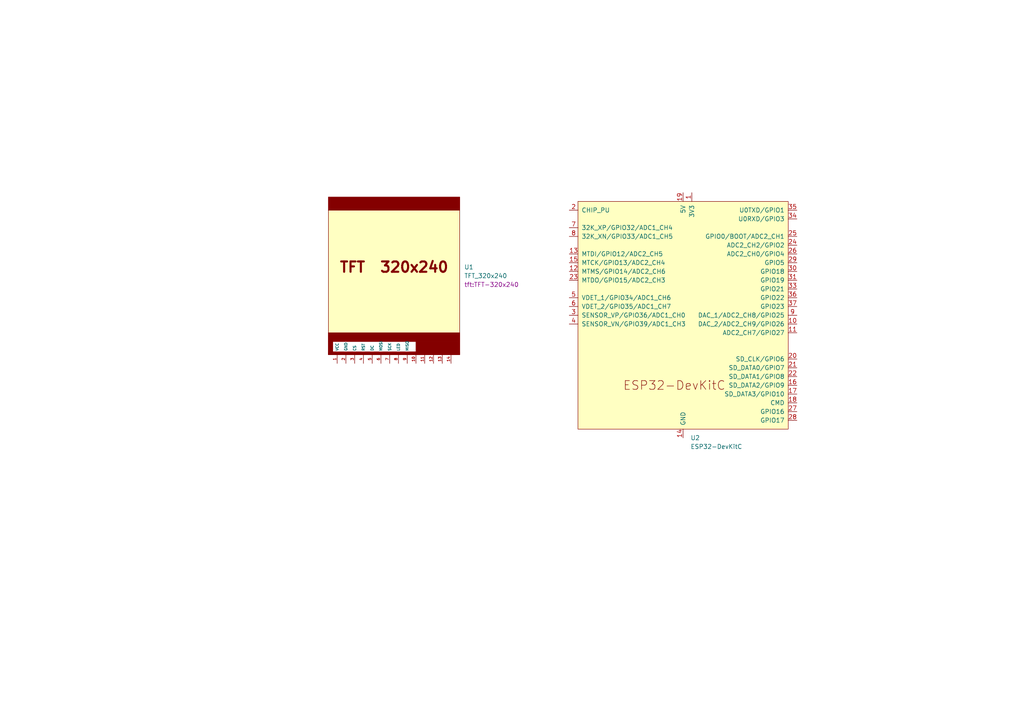
<source format=kicad_sch>
(kicad_sch (version 20250114) (generator "eeschema") (generator_version "9.0")
  (paper "A4")
  (lib_symbols
    (symbol "Espressif:ESP32-DevKitC" (pin_names (offset 1.016))
      (property "Reference" "U" (at -30.48 38.1 0))
      (property "Value" "ESP32-DevKitC" (at -30.48 35.56 0))
      (symbol "ESP32-DevKitC_0_0"
        (text "ESP32-DevKitC" (at -2.54 -20.32 0) (effects (font (size 2.54 2.54))))
        (pin power_in line (at 0 35.56 270) (length 2.54) (name "5V") (number "19"))
        (pin power_in line (at 0 -35.56 90) (length 2.54) (name "GND") (number "14"))
      )
      (symbol "ESP32-DevKitC_0_1"
        (rectangle (start -30.48 33.02) (end 30.48 -33.02) (fill (type background)))
      )
      (symbol "ESP32-DevKitC_1_1"
        (pin input line (at -33.02 30.48 0) (length 2.54) (name "CHIP_PU") (number "2"))
        (pin bidirectional line (at -33.02 25.4 0) (length 2.54) (name "32K_XP/GPIO32/ADC1_CH4") (number "7"))
        (pin bidirectional line (at -33.02 22.86 0) (length 2.54) (name "32K_XN/GPIO33/ADC1_CH5") (number "8"))
        (pin bidirectional line (at -33.02 17.78 0) (length 2.54) (name "MTDI/GPIO12/ADC2_CH5") (number "13"))
        (pin bidirectional line (at -33.02 15.24 0) (length 2.54) (name "MTCK/GPIO13/ADC2_CH4") (number "15"))
        (pin bidirectional line (at -33.02 12.7 0) (length 2.54) (name "MTMS/GPIO14/ADC2_CH6") (number "12"))
        (pin bidirectional line (at -33.02 10.16 0) (length 2.54) (name "MTDO/GPIO15/ADC2_CH3") (number "23"))
        (pin input line (at -33.02 5.08 0) (length 2.54) (name "VDET_1/GPIO34/ADC1_CH6") (number "5"))
        (pin input line (at -33.02 2.54 0) (length 2.54) (name "VDET_2/GPIO35/ADC1_CH7") (number "6"))
        (pin input line (at -33.02 0 0) (length 2.54) (name "SENSOR_VP/GPIO36/ADC1_CH0") (number "3"))
        (pin input line (at -33.02 -2.54 0) (length 2.54) (name "SENSOR_VN/GPIO39/ADC1_CH3") (number "4"))
        (pin passive line (at 0 -35.56 90) (length 2.54) (hide yes) (name "GND") (number "32"))
        (pin passive line (at 0 -35.56 90) (length 2.54) (hide yes) (name "GND") (number "38"))
        (pin power_in line (at 2.54 35.56 270) (length 2.54) (name "3V3") (number "1"))
        (pin bidirectional line (at 33.02 30.48 180) (length 2.54) (name "U0TXD/GPIO1") (number "35"))
        (pin bidirectional line (at 33.02 27.94 180) (length 2.54) (name "U0RXD/GPIO3") (number "34"))
        (pin bidirectional line (at 33.02 22.86 180) (length 2.54) (name "GPIO0/BOOT/ADC2_CH1") (number "25"))
        (pin bidirectional line (at 33.02 20.32 180) (length 2.54) (name "ADC2_CH2/GPIO2") (number "24"))
        (pin bidirectional line (at 33.02 17.78 180) (length 2.54) (name "ADC2_CH0/GPIO4") (number "26"))
        (pin bidirectional line (at 33.02 15.24 180) (length 2.54) (name "GPIO5") (number "29"))
        (pin bidirectional line (at 33.02 12.7 180) (length 2.54) (name "GPIO18") (number "30"))
        (pin bidirectional line (at 33.02 10.16 180) (length 2.54) (name "GPIO19") (number "31"))
        (pin bidirectional line (at 33.02 7.62 180) (length 2.54) (name "GPIO21") (number "33"))
        (pin bidirectional line (at 33.02 5.08 180) (length 2.54) (name "GPIO22") (number "36"))
        (pin bidirectional line (at 33.02 2.54 180) (length 2.54) (name "GPIO23") (number "37"))
        (pin bidirectional line (at 33.02 0 180) (length 2.54) (name "DAC_1/ADC2_CH8/GPIO25") (number "9"))
        (pin bidirectional line (at 33.02 -2.54 180) (length 2.54) (name "DAC_2/ADC2_CH9/GPIO26") (number "10"))
        (pin bidirectional line (at 33.02 -5.08 180) (length 2.54) (name "ADC2_CH7/GPIO27") (number "11"))
        (pin bidirectional line (at 33.02 -12.7 180) (length 2.54) (name "SD_CLK/GPIO6") (number "20"))
        (pin bidirectional line (at 33.02 -15.24 180) (length 2.54) (name "SD_DATA0/GPIO7") (number "21"))
        (pin bidirectional line (at 33.02 -17.78 180) (length 2.54) (name "SD_DATA1/GPIO8") (number "22"))
        (pin bidirectional line (at 33.02 -20.32 180) (length 2.54) (name "SD_DATA2/GPIO9") (number "16"))
        (pin bidirectional line (at 33.02 -22.86 180) (length 2.54) (name "SD_DATA3/GPIO10") (number "17"))
        (pin bidirectional line (at 33.02 -25.4 180) (length 2.54) (name "CMD") (number "18"))
        (pin bidirectional line (at 33.02 -27.94 180) (length 2.54) (name "GPIO16") (number "27"))
        (pin bidirectional line (at 33.02 -30.48 180) (length 2.54) (name "GPIO17") (number "28"))
      )
    )
    (symbol "tft_320x240:TFT_320x240" (pin_names (offset 1.016))
      (property "Reference" "U?" (at 20.32 25.4001 0))
      (property "Value" "TFT_320x240" (at 20.32 22.8601 0))
      (property "Footprint" "z_Devices:TFT-320x240" (at 20.32 20.3201 0))
      (symbol "TFT_320x240_0_0"
        (text "TFT  320x240" (at 0 25.4 0) (effects (font (size 2.9972 2.9972) (bold yes))))
      )
      (symbol "TFT_320x240_0_1"
        (rectangle (start -19.05 41.91) (end 19.05 45.72) (fill (type outline)))
        (rectangle (start -19.05 6.35) (end 19.05 41.91) (fill (type background)))
        (rectangle (start -19.05 6.35) (end 19.05 3.81) (fill (type outline)))
        (rectangle (start -19.05 0) (end 19.05 6.35))
        (rectangle (start -19.05 0) (end 19.05 0.8382) (fill (type outline)))
        (rectangle (start -17.78 0) (end -19.05 3.81) (fill (type outline)))
        (rectangle (start 19.05 0) (end 6.35 3.81) (fill (type outline)))
      )
      (symbol "TFT_320x240_1_1"
        (pin power_in line (at -16.51 -2.54 90) (length 2.54) (name "VCC") (number "1"))
        (pin bidirectional line (at -13.97 -2.54 90) (length 2.54) (name "GND") (number "2"))
        (pin bidirectional line (at -11.43 -2.54 90) (length 2.54) (name "CS") (number "3"))
        (pin bidirectional line (at -8.89 -2.54 90) (length 2.54) (name "RST") (number "4"))
        (pin bidirectional line (at -6.35 -2.54 90) (length 2.54) (name "DC") (number "5"))
        (pin bidirectional line (at -3.81 -2.54 90) (length 2.54) (name "MOSI") (number "6"))
        (pin bidirectional line (at -1.27 -2.54 90) (length 2.54) (name "SCK") (number "7"))
        (pin power_in line (at 1.27 -2.54 90) (length 2.54) (name "LED") (number "8"))
        (pin bidirectional line (at 3.81 -2.54 90) (length 2.54) (name "MISO") (number "9"))
        (pin bidirectional line (at 6.35 -2.54 90) (length 2.54) (name "~") (number "10"))
        (pin bidirectional line (at 8.89 -2.54 90) (length 2.54) (name "~") (number "11"))
        (pin bidirectional line (at 11.43 -2.54 90) (length 2.54) (name "~") (number "12"))
        (pin bidirectional line (at 13.97 -2.54 90) (length 2.54) (name "~") (number "13"))
        (pin bidirectional line (at 16.51 -2.54 90) (length 2.54) (name "~") (number "14"))
      )
    )
  )
  (symbol (lib_id "tft_320x240:TFT_320x240") (at 114.3 102.87 0) (unit 1)
    (property "Reference" "U1" (at 134.62 77.4699 0) (effects (justify left)))
    (property "Value" "TFT_320x240" (at 134.62 80.0099 0) (effects (justify left)))
    (property "Footprint" "tft:TFT-320x240" (at 134.62 82.5499 0) (effects (justify left)))
  )
  (symbol (lib_id "Espressif:ESP32-DevKitC") (at 198.12 91.44 0) (unit 1)
    (property "Reference" "U2" (at 200.2633 127 0) (effects (justify left)))
    (property "Value" "ESP32-DevKitC" (at 200.2633 129.54 0) (effects (justify left)))
    (property "Footprint" "Espressif:ESP32-DevKitC" (effects (hide yes)))
    (property "Datasheet" "https://docs.espressif.com/projects/esp-idf/zh_CN/latest/esp32/hw-reference/esp32/get-started-devkitc.html" (effects (hide yes)))
    (property "Description" "Development Kit" (effects (hide yes)))
  )
)
</source>
